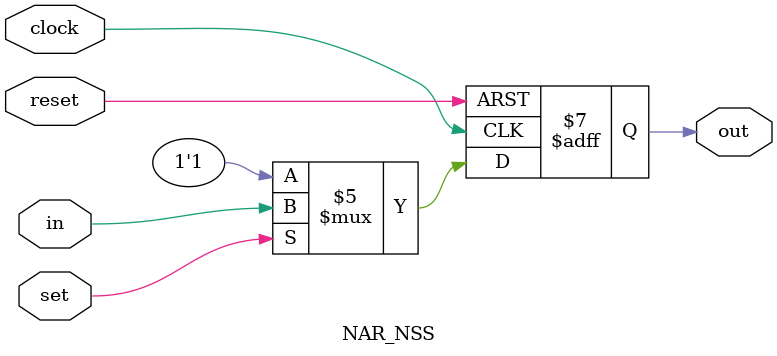
<source format=v>
module NAR_NSS (input wire clock, reset, set, in, output reg out);
  always@(posedge clock or negedge reset)begin
    if(!reset)
      out <= 1'b0;
    else if(!set)
      out <= 1'b1;
    else
      out <= in;
  end
endmodule


</source>
